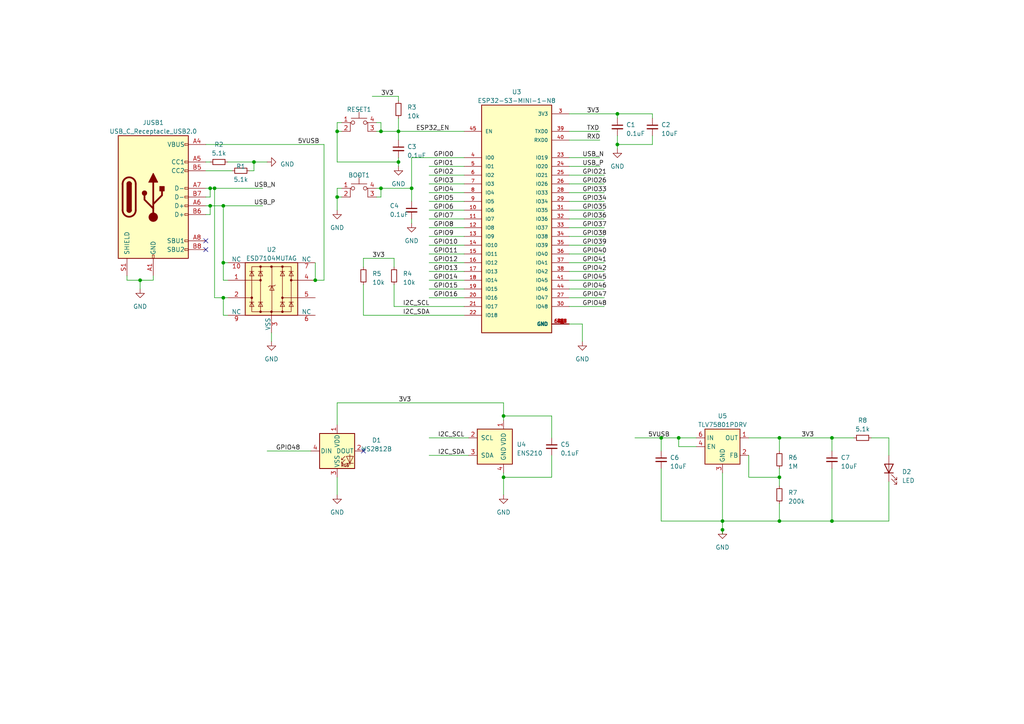
<source format=kicad_sch>
(kicad_sch (version 20250114) (generator "eeschema") (generator_version "9.0")
  (paper "A4")
  (lib_symbols
    (symbol "Connector:USB_C_Receptacle_USB2.0" (pin_names (offset 1.016))
      (property "Reference" "J" (at -10.16 19.05 0))
      (property "Value" "USB_C_Receptacle_USB2.0" (at 19.05 19.05 0))
      (symbol "USB_C_Receptacle_USB2.0_0_0"
        (rectangle (start -0.254 -17.78) (end 0.254 -16.764))
        (rectangle (start 10.16 15.494) (end 9.144 14.986))
        (rectangle (start 10.16 10.414) (end 9.144 9.906))
        (rectangle (start 10.16 7.874) (end 9.144 7.366))
        (rectangle (start 10.16 2.794) (end 9.144 2.286))
        (rectangle (start 10.16 0.254) (end 9.144 -0.254))
        (rectangle (start 10.16 -2.286) (end 9.144 -2.794))
        (rectangle (start 10.16 -4.826) (end 9.144 -5.334))
        (rectangle (start 10.16 -12.446) (end 9.144 -12.954))
        (rectangle (start 10.16 -14.986) (end 9.144 -15.494))
      )
      (symbol "USB_C_Receptacle_USB2.0_0_1"
        (rectangle (start -10.16 17.78) (end 10.16 -17.78) (stroke (width 0.254)) (fill (type background)))
        (polyline (pts (xy -8.89 -3.81) (xy -8.89 3.81)) (stroke (width 0.508)))
        (rectangle (start -7.62 -3.81) (end -6.35 3.81) (stroke (width 0.254)) (fill (type outline)))
        (arc (start -7.62 3.81) (mid -6.985 4.4423) (end -6.35 3.81) (stroke (width 0.254)))
        (arc (start -7.62 3.81) (mid -6.985 4.4423) (end -6.35 3.81) (stroke (width 0.254)) (fill (type outline)))
        (arc (start -8.89 3.81) (mid -6.985 5.7067) (end -5.08 3.81) (stroke (width 0.508)))
        (arc (start -5.08 -3.81) (mid -6.985 -5.7067) (end -8.89 -3.81) (stroke (width 0.508)))
        (arc (start -6.35 -3.81) (mid -6.985 -4.4423) (end -7.62 -3.81) (stroke (width 0.254)))
        (arc (start -6.35 -3.81) (mid -6.985 -4.4423) (end -7.62 -3.81) (stroke (width 0.254)) (fill (type outline)))
        (polyline (pts (xy -5.08 3.81) (xy -5.08 -3.81)) (stroke (width 0.508)))
        (circle (center -2.54 1.143) (radius 0.635) (stroke (width 0.254)) (fill (type outline)))
        (polyline (pts (xy -1.27 4.318) (xy 0 6.858) (xy 1.27 4.318) (xy -1.27 4.318)) (stroke (width 0.254)) (fill (type outline)))
        (polyline (pts (xy 0 -2.032) (xy 2.54 0.508) (xy 2.54 1.778)) (stroke (width 0.508)))
        (polyline (pts (xy 0 -3.302) (xy -2.54 -0.762) (xy -2.54 0.508)) (stroke (width 0.508)))
        (polyline (pts (xy 0 -5.842) (xy 0 4.318)) (stroke (width 0.508)))
        (circle (center 0 -5.842) (radius 1.27) (fill (type outline)))
        (rectangle (start 1.905 1.778) (end 3.175 3.048) (stroke (width 0.254)) (fill (type outline)))
      )
      (symbol "USB_C_Receptacle_USB2.0_1_1"
        (pin passive line (at -7.62 -22.86 90) (length 5.08) (name "SHIELD") (number "S1"))
        (pin passive line (at 0 -22.86 90) (length 5.08) (name "GND") (number "A1"))
        (pin passive line (at 0 -22.86 90) (length 5.08) (hide yes) (name "GND") (number "A12"))
        (pin passive line (at 0 -22.86 90) (length 5.08) (hide yes) (name "GND") (number "B1"))
        (pin passive line (at 0 -22.86 90) (length 5.08) (hide yes) (name "GND") (number "B12"))
        (pin passive line (at 15.24 15.24 180) (length 5.08) (name "VBUS") (number "A4"))
        (pin passive line (at 15.24 15.24 180) (length 5.08) (hide yes) (name "VBUS") (number "A9"))
        (pin passive line (at 15.24 15.24 180) (length 5.08) (hide yes) (name "VBUS") (number "B4"))
        (pin passive line (at 15.24 15.24 180) (length 5.08) (hide yes) (name "VBUS") (number "B9"))
        (pin bidirectional line (at 15.24 10.16 180) (length 5.08) (name "CC1") (number "A5"))
        (pin bidirectional line (at 15.24 7.62 180) (length 5.08) (name "CC2") (number "B5"))
        (pin bidirectional line (at 15.24 2.54 180) (length 5.08) (name "D-") (number "A7"))
        (pin bidirectional line (at 15.24 0 180) (length 5.08) (name "D-") (number "B7"))
        (pin bidirectional line (at 15.24 -2.54 180) (length 5.08) (name "D+") (number "A6"))
        (pin bidirectional line (at 15.24 -5.08 180) (length 5.08) (name "D+") (number "B6"))
        (pin bidirectional line (at 15.24 -12.7 180) (length 5.08) (name "SBU1") (number "A8"))
        (pin bidirectional line (at 15.24 -15.24 180) (length 5.08) (name "SBU2") (number "B8"))
      )
    )
    (symbol "Device:C_Small" (pin_numbers (hide yes)) (pin_names (offset 0.254) (hide yes))
      (property "Reference" "C" (at 0.254 1.778 0))
      (property "Value" "C_Small" (at 0.254 -2.032 0))
      (symbol "C_Small_0_1"
        (polyline (pts (xy -1.524 0.508) (xy 1.524 0.508)) (stroke (width 0.3048)))
        (polyline (pts (xy -1.524 -0.508) (xy 1.524 -0.508)) (stroke (width 0.3302)))
      )
      (symbol "C_Small_1_1"
        (pin passive line (at 0 2.54 270) (length 2.032) (name "~") (number "1"))
        (pin passive line (at 0 -2.54 90) (length 2.032) (name "~") (number "2"))
      )
    )
    (symbol "Device:LED" (pin_numbers (hide yes)) (pin_names (offset 1.016) (hide yes))
      (property "Reference" "D" (at 0 2.54 0))
      (property "Value" "LED" (at 0 -2.54 0))
      (symbol "LED_0_1"
        (polyline (pts (xy -3.048 -0.762) (xy -4.572 -2.286) (xy -3.81 -2.286) (xy -4.572 -2.286) (xy -4.572 -1.524)))
        (polyline (pts (xy -1.778 -0.762) (xy -3.302 -2.286) (xy -2.54 -2.286) (xy -3.302 -2.286) (xy -3.302 -1.524)))
        (polyline (pts (xy -1.27 0) (xy 1.27 0)))
        (polyline (pts (xy -1.27 -1.27) (xy -1.27 1.27)) (stroke (width 0.254)))
        (polyline (pts (xy 1.27 -1.27) (xy 1.27 1.27) (xy -1.27 0) (xy 1.27 -1.27)) (stroke (width 0.254)))
      )
      (symbol "LED_1_1"
        (pin passive line (at -3.81 0 0) (length 2.54) (name "K") (number "1"))
        (pin passive line (at 3.81 0 180) (length 2.54) (name "A") (number "2"))
      )
    )
    (symbol "Device:R_Small" (pin_numbers (hide yes)) (pin_names (offset 0.254) (hide yes))
      (property "Reference" "R" (at 0.762 0.508 0))
      (property "Value" "R_Small" (at 0.762 -1.016 0))
      (symbol "R_Small_0_1"
        (rectangle (start -0.762 1.778) (end 0.762 -1.778) (stroke (width 0.2032)))
      )
      (symbol "R_Small_1_1"
        (pin passive line (at 0 2.54 270) (length 0.762) (name "~") (number "1"))
        (pin passive line (at 0 -2.54 90) (length 0.762) (name "~") (number "2"))
      )
    )
    (symbol "ESP32-S3-MINI-1-N8:ESP32-S3-MINI-1-N8" (pin_names (offset 1.016))
      (property "Reference" "U" (at -10.16 34.29 0))
      (property "Value" "ESP32-S3-MINI-1-N8" (at -10.16 -35.56 0))
      (symbol "ESP32-S3-MINI-1-N8_0_0"
        (rectangle (start -10.16 -33.02) (end 10.16 33.02) (stroke (width 0.254)) (fill (type background)))
        (pin input line (at -15.24 25.4 0) (length 5.08) (name "EN") (number "45"))
        (pin bidirectional line (at -15.24 17.78 0) (length 5.08) (name "IO0") (number "4"))
        (pin bidirectional line (at -15.24 15.24 0) (length 5.08) (name "IO1") (number "5"))
        (pin bidirectional line (at -15.24 12.7 0) (length 5.08) (name "IO2") (number "6"))
        (pin bidirectional line (at -15.24 10.16 0) (length 5.08) (name "IO3") (number "7"))
        (pin bidirectional line (at -15.24 7.62 0) (length 5.08) (name "IO4") (number "8"))
        (pin bidirectional line (at -15.24 5.08 0) (length 5.08) (name "IO5") (number "9"))
        (pin bidirectional line (at -15.24 2.54 0) (length 5.08) (name "IO6") (number "10"))
        (pin bidirectional line (at -15.24 0 0) (length 5.08) (name "IO7") (number "11"))
        (pin bidirectional line (at -15.24 -2.54 0) (length 5.08) (name "IO8") (number "12"))
        (pin bidirectional line (at -15.24 -5.08 0) (length 5.08) (name "IO9") (number "13"))
        (pin bidirectional line (at -15.24 -7.62 0) (length 5.08) (name "IO10") (number "14"))
        (pin bidirectional line (at -15.24 -10.16 0) (length 5.08) (name "IO11") (number "15"))
        (pin bidirectional line (at -15.24 -12.7 0) (length 5.08) (name "IO12") (number "16"))
        (pin bidirectional line (at -15.24 -15.24 0) (length 5.08) (name "IO13") (number "17"))
        (pin bidirectional line (at -15.24 -17.78 0) (length 5.08) (name "IO14") (number "18"))
        (pin bidirectional line (at -15.24 -20.32 0) (length 5.08) (name "IO15") (number "19"))
        (pin bidirectional line (at -15.24 -22.86 0) (length 5.08) (name "IO16") (number "20"))
        (pin bidirectional line (at -15.24 -25.4 0) (length 5.08) (name "IO17") (number "21"))
        (pin bidirectional line (at -15.24 -27.94 0) (length 5.08) (name "IO18") (number "22"))
        (pin power_in line (at 15.24 30.48 180) (length 5.08) (name "3V3") (number "3"))
        (pin bidirectional line (at 15.24 25.4 180) (length 5.08) (name "TXD0") (number "39"))
        (pin bidirectional line (at 15.24 22.86 180) (length 5.08) (name "RXD0") (number "40"))
        (pin bidirectional line (at 15.24 17.78 180) (length 5.08) (name "IO19") (number "23"))
        (pin bidirectional line (at 15.24 15.24 180) (length 5.08) (name "IO20") (number "24"))
        (pin bidirectional line (at 15.24 12.7 180) (length 5.08) (name "IO21") (number "25"))
        (pin bidirectional line (at 15.24 10.16 180) (length 5.08) (name "IO26") (number "26"))
        (pin bidirectional line (at 15.24 7.62 180) (length 5.08) (name "IO33") (number "28"))
        (pin bidirectional line (at 15.24 5.08 180) (length 5.08) (name "IO34") (number "29"))
        (pin bidirectional line (at 15.24 2.54 180) (length 5.08) (name "IO35") (number "31"))
        (pin bidirectional line (at 15.24 0 180) (length 5.08) (name "IO36") (number "32"))
        (pin bidirectional line (at 15.24 -2.54 180) (length 5.08) (name "IO37") (number "33"))
        (pin bidirectional line (at 15.24 -5.08 180) (length 5.08) (name "IO38") (number "34"))
        (pin bidirectional line (at 15.24 -7.62 180) (length 5.08) (name "IO39") (number "35"))
        (pin bidirectional line (at 15.24 -10.16 180) (length 5.08) (name "IO40") (number "36"))
        (pin bidirectional line (at 15.24 -12.7 180) (length 5.08) (name "IO41") (number "37"))
        (pin bidirectional line (at 15.24 -15.24 180) (length 5.08) (name "IO42") (number "38"))
        (pin bidirectional line (at 15.24 -17.78 180) (length 5.08) (name "IO45") (number "41"))
        (pin bidirectional line (at 15.24 -20.32 180) (length 5.08) (name "IO46") (number "44"))
        (pin bidirectional line (at 15.24 -22.86 180) (length 5.08) (name "IO47") (number "27"))
        (pin bidirectional line (at 15.24 -25.4 180) (length 5.08) (name "IO48") (number "30"))
        (pin power_in line (at 15.24 -30.48 180) (length 5.08) (name "GND") (number "1"))
        (pin power_in line (at 15.24 -30.48 180) (length 5.08) (name "GND") (number "2"))
        (pin power_in line (at 15.24 -30.48 180) (length 5.08) (name "GND") (number "42"))
        (pin power_in line (at 15.24 -30.48 180) (length 5.08) (name "GND") (number "43"))
        (pin power_in line (at 15.24 -30.48 180) (length 5.08) (name "GND") (number "46"))
        (pin power_in line (at 15.24 -30.48 180) (length 5.08) (name "GND") (number "47"))
        (pin power_in line (at 15.24 -30.48 180) (length 5.08) (name "GND") (number "48"))
        (pin power_in line (at 15.24 -30.48 180) (length 5.08) (name "GND") (number "49"))
        (pin power_in line (at 15.24 -30.48 180) (length 5.08) (name "GND") (number "50"))
        (pin power_in line (at 15.24 -30.48 180) (length 5.08) (name "GND") (number "51"))
        (pin power_in line (at 15.24 -30.48 180) (length 5.08) (name "GND") (number "52"))
        (pin power_in line (at 15.24 -30.48 180) (length 5.08) (name "GND") (number "53"))
        (pin power_in line (at 15.24 -30.48 180) (length 5.08) (name "GND") (number "54"))
        (pin power_in line (at 15.24 -30.48 180) (length 5.08) (name "GND") (number "55"))
        (pin power_in line (at 15.24 -30.48 180) (length 5.08) (name "GND") (number "56"))
        (pin power_in line (at 15.24 -30.48 180) (length 5.08) (name "GND") (number "57"))
        (pin power_in line (at 15.24 -30.48 180) (length 5.08) (name "GND") (number "58"))
        (pin power_in line (at 15.24 -30.48 180) (length 5.08) (name "GND") (number "59"))
        (pin power_in line (at 15.24 -30.48 180) (length 5.08) (name "GND") (number "60"))
        (pin power_in line (at 15.24 -30.48 180) (length 5.08) (name "GND") (number "61"))
        (pin power_in line (at 15.24 -30.48 180) (length 5.08) (name "GND") (number "61_1"))
        (pin power_in line (at 15.24 -30.48 180) (length 5.08) (name "GND") (number "61_2"))
        (pin power_in line (at 15.24 -30.48 180) (length 5.08) (name "GND") (number "61_3"))
        (pin power_in line (at 15.24 -30.48 180) (length 5.08) (name "GND") (number "61_4"))
        (pin power_in line (at 15.24 -30.48 180) (length 5.08) (name "GND") (number "61_5"))
        (pin power_in line (at 15.24 -30.48 180) (length 5.08) (name "GND") (number "61_6"))
        (pin power_in line (at 15.24 -30.48 180) (length 5.08) (name "GND") (number "61_7"))
        (pin power_in line (at 15.24 -30.48 180) (length 5.08) (name "GND") (number "61_8"))
        (pin power_in line (at 15.24 -30.48 180) (length 5.08) (name "GND") (number "62"))
        (pin power_in line (at 15.24 -30.48 180) (length 5.08) (name "GND") (number "63"))
        (pin power_in line (at 15.24 -30.48 180) (length 5.08) (name "GND") (number "64"))
        (pin power_in line (at 15.24 -30.48 180) (length 5.08) (name "GND") (number "65"))
      )
    )
    (symbol "LED:WS2812B" (pin_names (offset 0.254))
      (property "Reference" "D" (at 5.08 5.715 0))
      (property "Value" "WS2812B" (at 1.27 -5.715 0))
      (symbol "WS2812B_0_0"
        (text "RGB" (at 2.286 -4.191 0) (effects (font (size 0.762 0.762))))
      )
      (symbol "WS2812B_0_1"
        (polyline (pts (xy 1.27 -2.54) (xy 1.778 -2.54)))
        (polyline (pts (xy 1.27 -3.556) (xy 1.778 -3.556)))
        (polyline (pts (xy 2.286 -1.524) (xy 1.27 -2.54) (xy 1.27 -2.032)))
        (polyline (pts (xy 2.286 -2.54) (xy 1.27 -3.556) (xy 1.27 -3.048)))
        (polyline (pts (xy 3.683 -1.016) (xy 3.683 -3.556) (xy 3.683 -4.064)))
        (polyline (pts (xy 4.699 -1.524) (xy 2.667 -1.524) (xy 3.683 -3.556) (xy 4.699 -1.524)))
        (polyline (pts (xy 4.699 -3.556) (xy 2.667 -3.556)))
        (rectangle (start 5.08 5.08) (end -5.08 -5.08) (stroke (width 0.254)) (fill (type background)))
      )
      (symbol "WS2812B_1_1"
        (pin input line (at -7.62 0 0) (length 2.54) (name "DIN") (number "4"))
        (pin power_in line (at 0 7.62 270) (length 2.54) (name "VDD") (number "1"))
        (pin power_in line (at 0 -7.62 90) (length 2.54) (name "VSS") (number "3"))
        (pin output line (at 7.62 0 180) (length 2.54) (name "DOUT") (number "2"))
      )
    )
    (symbol "Power_Protection:D3V3XA4B10LP" (pin_names (offset 0))
      (property "Reference" "U" (at -0.635 8.89 0))
      (property "Value" "D3V3XA4B10LP" (at 8.89 -10.16 0))
      (symbol "D3V3XA4B10LP_0_0"
        (rectangle (start -5.715 6.477) (end 5.715 -6.604))
        (polyline (pts (xy -3.175 -6.604) (xy -3.175 6.477)))
        (polyline (pts (xy 0.127 6.477) (xy 0.127 -6.604)))
        (polyline (pts (xy 3.175 6.477) (xy 3.175 -6.604)))
      )
      (symbol "D3V3XA4B10LP_0_1"
        (polyline (pts (xy -7.747 2.54) (xy -3.175 2.54)))
        (rectangle (start -7.62 7.62) (end 7.62 -7.62) (stroke (width 0.254)) (fill (type background)))
        (polyline (pts (xy -7.62 -2.54) (xy -5.715 -2.54)))
        (circle (center -5.715 -2.54) (radius 0.2794) (fill (type outline)))
        (polyline (pts (xy -5.08 5.08) (xy -6.35 5.08)))
        (polyline (pts (xy -5.08 3.81) (xy -6.35 3.81) (xy -5.715 5.08) (xy -5.08 3.81)))
        (polyline (pts (xy -5.08 -3.81) (xy -6.35 -3.81)))
        (polyline (pts (xy -5.08 -5.08) (xy -6.35 -5.08) (xy -5.715 -3.81) (xy -5.08 -5.08)))
        (circle (center -3.175 6.477) (radius 0.2794) (fill (type outline)))
        (circle (center -3.175 2.54) (radius 0.2794) (fill (type outline)))
        (circle (center -3.175 -6.604) (radius 0.2794) (fill (type outline)))
        (polyline (pts (xy -2.54 5.08) (xy -3.81 5.08)))
        (polyline (pts (xy -2.54 3.81) (xy -3.81 3.81) (xy -3.175 5.08) (xy -2.54 3.81)))
        (polyline (pts (xy -2.54 -3.81) (xy -3.81 -3.81)))
        (polyline (pts (xy -2.54 -5.08) (xy -3.81 -5.08) (xy -3.175 -3.81) (xy -2.54 -5.08)))
        (polyline (pts (xy -0.508 0.889) (xy -0.889 0.635)))
        (circle (center 0 6.477) (radius 0.2794) (fill (type outline)))
        (polyline (pts (xy 0 -6.604) (xy 0 -7.62)))
        (circle (center 0 -6.604) (radius 0.2794) (fill (type outline)))
        (polyline (pts (xy 0.762 0.889) (xy -0.508 0.889)))
        (polyline (pts (xy 0.762 0.889) (xy 1.143 1.143)))
        (polyline (pts (xy 0.762 -0.381) (xy -0.508 -0.381) (xy 0.127 0.889) (xy 0.762 -0.381)))
        (circle (center 3.175 6.477) (radius 0.2794) (fill (type outline)))
        (circle (center 3.175 -2.54) (radius 0.2794) (fill (type outline)))
        (circle (center 3.175 -6.604) (radius 0.2794) (fill (type outline)))
        (polyline (pts (xy 3.81 5.08) (xy 2.54 5.08)))
        (polyline (pts (xy 3.81 3.81) (xy 2.54 3.81) (xy 3.175 5.08) (xy 3.81 3.81)))
        (polyline (pts (xy 3.81 -3.81) (xy 2.54 -3.81)))
        (polyline (pts (xy 3.81 -5.08) (xy 2.54 -5.08) (xy 3.175 -3.81) (xy 3.81 -5.08)))
        (circle (center 5.715 2.54) (radius 0.2794) (fill (type outline)))
        (polyline (pts (xy 6.35 5.08) (xy 5.08 5.08)))
        (polyline (pts (xy 6.35 3.81) (xy 5.08 3.81) (xy 5.715 5.08) (xy 6.35 3.81)))
        (polyline (pts (xy 6.35 -3.81) (xy 5.08 -3.81)))
        (polyline (pts (xy 6.35 -5.08) (xy 5.08 -5.08) (xy 5.715 -3.81) (xy 6.35 -5.08)))
        (polyline (pts (xy 7.62 2.54) (xy 5.715 2.54)))
        (polyline (pts (xy 7.62 -2.54) (xy 3.175 -2.54)))
      )
      (symbol "D3V3XA4B10LP_1_1"
        (pin free line (at -12.7 7.62 0) (length 5.08) (name "NC") (number "10"))
        (pin passive line (at -12.7 2.54 0) (length 5.08) (name "~") (number "1"))
        (pin passive line (at -12.7 -2.54 0) (length 5.08) (name "~") (number "2"))
        (pin free line (at -12.7 -7.62 0) (length 5.08) (name "NC") (number "9"))
        (pin power_in line (at 0 -12.7 90) (length 5.08) (name "VSS") (number "3"))
        (pin passive line (at 0 -12.7 90) (length 5.08) (hide yes) (name "VSS") (number "8"))
        (pin free line (at 12.7 7.62 180) (length 5.08) (name "NC") (number "7"))
        (pin passive line (at 12.7 2.54 180) (length 5.08) (name "~") (number "4"))
        (pin passive line (at 12.7 -2.54 180) (length 5.08) (name "~") (number "5"))
        (pin free line (at 12.7 -7.62 180) (length 5.08) (name "NC") (number "6"))
      )
    )
    (symbol "Regulator_Linear:TLV75801PDRV"
      (property "Reference" "U" (at -3.81 6.35 0))
      (property "Value" "TLV75801PDRV" (at 0 6.35 0))
      (symbol "TLV75801PDRV_0_1"
        (rectangle (start 5.08 -5.08) (end -5.08 5.08) (stroke (width 0.254)) (fill (type background)))
      )
      (symbol "TLV75801PDRV_1_1"
        (pin power_in line (at -7.62 2.54 0) (length 2.54) (name "IN") (number "6"))
        (pin input line (at -7.62 0 0) (length 2.54) (name "EN") (number "4"))
        (pin power_in line (at 0 -7.62 90) (length 2.54) (name "GND") (number "3"))
        (pin passive line (at 0 -7.62 90) (length 2.54) (hide yes) (name "GND") (number "7"))
        (pin no_connect line (at 5.08 0 180) (length 2.54) (hide yes) (name "DNC") (number "5"))
        (pin power_out line (at 7.62 2.54 180) (length 2.54) (name "OUT") (number "1"))
        (pin input line (at 7.62 -2.54 180) (length 2.54) (name "FB") (number "2"))
      )
    )
    (symbol "Sensor_Humidity:ENS210" (pin_names (offset 1.016))
      (property "Reference" "U" (at -7.62 10.16 0))
      (property "Value" "ENS210" (at -7.62 7.62 0))
      (symbol "ENS210_0_1"
        (rectangle (start -5.08 5.08) (end 5.08 -5.08) (stroke (width 0.254)) (fill (type background)))
      )
      (symbol "ENS210_1_1"
        (pin input line (at -7.62 2.54 0) (length 2.54) (name "SCL") (number "2"))
        (pin bidirectional line (at -7.62 -2.54 0) (length 2.54) (name "SDA") (number "3"))
        (pin power_in line (at 2.54 7.62 270) (length 2.54) (name "VDD") (number "1"))
        (pin power_in line (at 2.54 -7.62 90) (length 2.54) (name "GND") (number "4"))
        (pin passive line (at 2.54 -7.62 90) (length 2.54) (hide yes) (name "GND") (number "5"))
      )
    )
    (symbol "Switch:SW_MEC_5E" (pin_names (offset 1.016) (hide yes))
      (property "Reference" "SW" (at 0.635 5.715 0))
      (property "Value" "SW_MEC_5E" (at 0 -3.175 0))
      (symbol "SW_MEC_5E_0_1"
        (polyline (pts (xy -2.54 0) (xy -2.54 2.54) (xy -2.286 2.54)))
        (polyline (pts (xy -2.286 3.81) (xy 2.286 3.81)))
        (circle (center -1.778 2.54) (radius 0.508))
        (polyline (pts (xy 0 3.81) (xy 0 5.588)))
        (circle (center 1.778 2.54) (radius 0.508))
        (polyline (pts (xy 2.54 0) (xy 2.54 2.54) (xy 2.286 2.54)))
        (pin passive line (at -5.08 2.54 0) (length 2.54) (name "1") (number "1"))
        (pin passive line (at -5.08 0 0) (length 2.54) (name "2") (number "2"))
        (pin passive line (at 5.08 2.54 180) (length 2.54) (name "A") (number "4"))
        (pin passive line (at 5.08 0 180) (length 2.54) (name "K") (number "3"))
      )
    )
    (symbol "power:GND" (power) (pin_names (offset 0))
      (property "Value" "GND" (at 0 -3.81 0))
      (symbol "GND_0_1"
        (polyline (pts (xy 0 0) (xy 0 -1.27) (xy 1.27 -1.27) (xy 0 -2.54) (xy -1.27 -1.27) (xy 0 -1.27)))
      )
      (symbol "GND_1_1"
        (pin power_in line (at 0 0 270) (length 0) (hide yes) (name "GND") (number "1"))
      )
    )
  )
  (junction (at 110.49 38.1))
  (junction (at 196.85 127))
  (junction (at 64.77 86.36))
  (junction (at 226.06 151.13))
  (junction (at 115.57 38.1))
  (junction (at 209.55 153.67))
  (junction (at 60.96 59.69))
  (junction (at 209.55 151.13))
  (junction (at 97.79 57.15))
  (junction (at 191.77 127))
  (junction (at 241.3 151.13))
  (junction (at 119.38 54.61))
  (junction (at 146.05 120.65))
  (junction (at 91.44 81.28))
  (junction (at 97.79 38.1))
  (junction (at 64.77 59.69))
  (junction (at 241.3 127))
  (junction (at 64.77 76.2))
  (junction (at 40.64 81.28))
  (junction (at 110.49 54.61))
  (junction (at 146.05 138.43))
  (junction (at 115.57 46.99))
  (junction (at 73.66 46.99))
  (junction (at 60.96 54.61))
  (junction (at 179.07 41.91))
  (junction (at 62.23 54.61))
  (junction (at 226.06 127))
  (junction (at 226.06 138.43))
  (junction (at 179.07 33.02))
  (no_connect (at 105.41 130.81))
  (no_connect (at 59.69 69.85))
  (no_connect (at 59.69 72.39))
  (wire (pts (xy 160.02 120.65) (xy 146.05 120.65)))
  (wire (pts (xy 64.77 91.44) (xy 64.77 86.36)))
  (wire (pts (xy 114.3 74.93) (xy 114.3 77.47)))
  (wire (pts (xy 241.3 135.89) (xy 241.3 151.13)))
  (wire (pts (xy 107.95 27.94) (xy 115.57 27.94)))
  (wire (pts (xy 110.49 38.1) (xy 115.57 38.1)))
  (wire (pts (xy 191.77 135.89) (xy 191.77 151.13)))
  (wire (pts (xy 36.83 80.01) (xy 36.83 81.28)))
  (wire (pts (xy 64.77 76.2) (xy 64.77 81.28)))
  (wire (pts (xy 109.22 57.15) (xy 110.49 57.15)))
  (wire (pts (xy 119.38 63.5) (xy 119.38 64.77)))
  (wire (pts (xy 109.22 54.61) (xy 110.49 54.61)))
  (wire (pts (xy 201.93 129.54) (xy 196.85 129.54)))
  (wire (pts (xy 115.57 45.72) (xy 115.57 46.99)))
  (wire (pts (xy 165.1 53.34) (xy 175.26 53.34)))
  (wire (pts (xy 165.1 68.58) (xy 175.26 68.58)))
  (wire (pts (xy 209.55 137.16) (xy 209.55 151.13)))
  (wire (pts (xy 165.1 71.12) (xy 175.26 71.12)))
  (wire (pts (xy 124.46 127) (xy 135.89 127)))
  (wire (pts (xy 124.46 66.04) (xy 134.62 66.04)))
  (wire (pts (xy 165.1 33.02) (xy 179.07 33.02)))
  (wire (pts (xy 165.1 73.66) (xy 175.26 73.66)))
  (wire (pts (xy 165.1 78.74) (xy 175.26 78.74)))
  (wire (pts (xy 91.44 81.28) (xy 93.98 81.28)))
  (wire (pts (xy 119.38 54.61) (xy 110.49 54.61)))
  (wire (pts (xy 165.1 58.42) (xy 175.26 58.42)))
  (wire (pts (xy 110.49 35.56) (xy 110.49 38.1)))
  (wire (pts (xy 93.98 81.28) (xy 93.98 41.91)))
  (wire (pts (xy 165.1 45.72) (xy 173.99 45.72)))
  (wire (pts (xy 165.1 40.64) (xy 173.99 40.64)))
  (wire (pts (xy 165.1 76.2) (xy 175.26 76.2)))
  (wire (pts (xy 115.57 38.1) (xy 134.62 38.1)))
  (wire (pts (xy 179.07 34.29) (xy 179.07 33.02)))
  (wire (pts (xy 109.22 35.56) (xy 110.49 35.56)))
  (wire (pts (xy 60.96 59.69) (xy 64.77 59.69)))
  (wire (pts (xy 105.41 74.93) (xy 114.3 74.93)))
  (wire (pts (xy 196.85 127) (xy 201.93 127)))
  (wire (pts (xy 97.79 57.15) (xy 97.79 60.96)))
  (wire (pts (xy 124.46 55.88) (xy 134.62 55.88)))
  (wire (pts (xy 165.1 86.36) (xy 175.26 86.36)))
  (wire (pts (xy 189.23 34.29) (xy 189.23 33.02)))
  (wire (pts (xy 189.23 41.91) (xy 179.07 41.91)))
  (wire (pts (xy 165.1 88.9) (xy 175.26 88.9)))
  (wire (pts (xy 124.46 50.8) (xy 134.62 50.8)))
  (wire (pts (xy 165.1 55.88) (xy 175.26 55.88)))
  (wire (pts (xy 184.15 127) (xy 191.77 127)))
  (wire (pts (xy 160.02 127) (xy 160.02 120.65)))
  (wire (pts (xy 124.46 63.5) (xy 134.62 63.5)))
  (wire (pts (xy 59.69 46.99) (xy 60.96 46.99)))
  (wire (pts (xy 60.96 62.23) (xy 60.96 59.69)))
  (wire (pts (xy 72.39 49.53) (xy 73.66 49.53)))
  (wire (pts (xy 160.02 138.43) (xy 146.05 138.43)))
  (wire (pts (xy 226.06 127) (xy 226.06 130.81)))
  (wire (pts (xy 257.81 139.7) (xy 257.81 151.13)))
  (wire (pts (xy 99.06 54.61) (xy 97.79 54.61)))
  (wire (pts (xy 114.3 82.55) (xy 114.3 88.9)))
  (wire (pts (xy 109.22 38.1) (xy 110.49 38.1)))
  (wire (pts (xy 105.41 91.44) (xy 134.62 91.44)))
  (wire (pts (xy 97.79 138.43) (xy 97.79 143.51)))
  (wire (pts (xy 64.77 59.69) (xy 76.2 59.69)))
  (wire (pts (xy 97.79 54.61) (xy 97.79 57.15)))
  (wire (pts (xy 124.46 81.28) (xy 134.62 81.28)))
  (wire (pts (xy 165.1 93.98) (xy 168.91 93.98)))
  (wire (pts (xy 77.47 130.81) (xy 90.17 130.81)))
  (wire (pts (xy 226.06 146.05) (xy 226.06 151.13)))
  (wire (pts (xy 40.64 83.82) (xy 40.64 81.28)))
  (wire (pts (xy 209.55 153.67) (xy 209.55 154.94)))
  (wire (pts (xy 119.38 45.72) (xy 134.62 45.72)))
  (wire (pts (xy 226.06 151.13) (xy 241.3 151.13)))
  (wire (pts (xy 73.66 46.99) (xy 77.47 46.99)))
  (wire (pts (xy 99.06 57.15) (xy 97.79 57.15)))
  (wire (pts (xy 226.06 138.43) (xy 226.06 140.97)))
  (wire (pts (xy 124.46 53.34) (xy 134.62 53.34)))
  (wire (pts (xy 59.69 41.91) (xy 93.98 41.91)))
  (wire (pts (xy 105.41 77.47) (xy 105.41 74.93)))
  (wire (pts (xy 165.1 38.1) (xy 173.99 38.1)))
  (wire (pts (xy 241.3 127) (xy 226.06 127)))
  (wire (pts (xy 165.1 66.04) (xy 175.26 66.04)))
  (wire (pts (xy 97.79 38.1) (xy 99.06 38.1)))
  (wire (pts (xy 168.91 93.98) (xy 168.91 99.06)))
  (wire (pts (xy 44.45 80.01) (xy 44.45 81.28)))
  (wire (pts (xy 59.69 54.61) (xy 60.96 54.61)))
  (wire (pts (xy 91.44 76.2) (xy 91.44 81.28)))
  (wire (pts (xy 115.57 29.21) (xy 115.57 27.94)))
  (wire (pts (xy 191.77 127) (xy 191.77 130.81)))
  (wire (pts (xy 124.46 76.2) (xy 134.62 76.2)))
  (wire (pts (xy 97.79 35.56) (xy 97.79 38.1)))
  (wire (pts (xy 66.04 86.36) (xy 64.77 86.36)))
  (wire (pts (xy 179.07 33.02) (xy 189.23 33.02)))
  (wire (pts (xy 66.04 46.99) (xy 73.66 46.99)))
  (wire (pts (xy 78.74 96.52) (xy 78.74 99.06)))
  (wire (pts (xy 36.83 81.28) (xy 40.64 81.28)))
  (wire (pts (xy 115.57 46.99) (xy 97.79 46.99)))
  (wire (pts (xy 257.81 127) (xy 257.81 132.08)))
  (wire (pts (xy 196.85 129.54) (xy 196.85 127)))
  (wire (pts (xy 110.49 57.15) (xy 110.49 54.61)))
  (wire (pts (xy 124.46 78.74) (xy 134.62 78.74)))
  (wire (pts (xy 226.06 135.89) (xy 226.06 138.43)))
  (wire (pts (xy 97.79 123.19) (xy 97.79 116.84)))
  (wire (pts (xy 165.1 50.8) (xy 175.26 50.8)))
  (wire (pts (xy 124.46 58.42) (xy 134.62 58.42)))
  (wire (pts (xy 62.23 86.36) (xy 62.23 54.61)))
  (wire (pts (xy 73.66 49.53) (xy 73.66 46.99)))
  (wire (pts (xy 252.73 127) (xy 257.81 127)))
  (wire (pts (xy 124.46 73.66) (xy 134.62 73.66)))
  (wire (pts (xy 160.02 132.08) (xy 160.02 138.43)))
  (wire (pts (xy 124.46 132.08) (xy 135.89 132.08)))
  (wire (pts (xy 115.57 34.29) (xy 115.57 38.1)))
  (wire (pts (xy 124.46 60.96) (xy 134.62 60.96)))
  (wire (pts (xy 62.23 54.61) (xy 76.2 54.61)))
  (wire (pts (xy 217.17 132.08) (xy 217.17 138.43)))
  (wire (pts (xy 119.38 58.42) (xy 119.38 54.61)))
  (wire (pts (xy 97.79 116.84) (xy 146.05 116.84)))
  (wire (pts (xy 124.46 68.58) (xy 134.62 68.58)))
  (wire (pts (xy 115.57 38.1) (xy 115.57 40.64)))
  (wire (pts (xy 44.45 81.28) (xy 40.64 81.28)))
  (wire (pts (xy 105.41 82.55) (xy 105.41 91.44)))
  (wire (pts (xy 165.1 63.5) (xy 175.26 63.5)))
  (wire (pts (xy 165.1 48.26) (xy 173.99 48.26)))
  (wire (pts (xy 241.3 130.81) (xy 241.3 127)))
  (wire (pts (xy 241.3 127) (xy 247.65 127)))
  (wire (pts (xy 209.55 151.13) (xy 226.06 151.13)))
  (wire (pts (xy 165.1 83.82) (xy 175.26 83.82)))
  (wire (pts (xy 226.06 127) (xy 217.17 127)))
  (wire (pts (xy 124.46 83.82) (xy 134.62 83.82)))
  (wire (pts (xy 146.05 137.16) (xy 146.05 138.43)))
  (wire (pts (xy 191.77 151.13) (xy 209.55 151.13)))
  (wire (pts (xy 66.04 91.44) (xy 64.77 91.44)))
  (wire (pts (xy 146.05 116.84) (xy 146.05 120.65)))
  (wire (pts (xy 59.69 59.69) (xy 60.96 59.69)))
  (wire (pts (xy 124.46 71.12) (xy 134.62 71.12)))
  (wire (pts (xy 60.96 54.61) (xy 62.23 54.61)))
  (wire (pts (xy 66.04 81.28) (xy 64.77 81.28)))
  (wire (pts (xy 97.79 46.99) (xy 97.79 38.1)))
  (wire (pts (xy 191.77 127) (xy 196.85 127)))
  (wire (pts (xy 179.07 41.91) (xy 179.07 43.18)))
  (wire (pts (xy 64.77 86.36) (xy 62.23 86.36)))
  (wire (pts (xy 257.81 151.13) (xy 241.3 151.13)))
  (wire (pts (xy 60.96 57.15) (xy 60.96 54.61)))
  (wire (pts (xy 64.77 76.2) (xy 66.04 76.2)))
  (wire (pts (xy 146.05 120.65) (xy 146.05 121.92)))
  (wire (pts (xy 189.23 39.37) (xy 189.23 41.91)))
  (wire (pts (xy 114.3 88.9) (xy 134.62 88.9)))
  (wire (pts (xy 124.46 48.26) (xy 134.62 48.26)))
  (wire (pts (xy 165.1 60.96) (xy 175.26 60.96)))
  (wire (pts (xy 119.38 45.72) (xy 119.38 54.61)))
  (wire (pts (xy 99.06 35.56) (xy 97.79 35.56)))
  (wire (pts (xy 59.69 49.53) (xy 67.31 49.53)))
  (wire (pts (xy 179.07 39.37) (xy 179.07 41.91)))
  (wire (pts (xy 59.69 62.23) (xy 60.96 62.23)))
  (wire (pts (xy 115.57 46.99) (xy 115.57 48.26)))
  (wire (pts (xy 124.46 86.36) (xy 134.62 86.36)))
  (wire (pts (xy 165.1 81.28) (xy 175.26 81.28)))
  (wire (pts (xy 59.69 57.15) (xy 60.96 57.15)))
  (wire (pts (xy 146.05 138.43) (xy 146.05 143.51)))
  (wire (pts (xy 64.77 59.69) (xy 64.77 76.2)))
  (wire (pts (xy 217.17 138.43) (xy 226.06 138.43)))
  (wire (pts (xy 209.55 151.13) (xy 209.55 153.67)))
  (label "GPIO14" (at 125.73 81.28 0))
  (label "GPIO8" (at 125.73 66.04 0))
  (label "GPIO39" (at 168.91 71.12 0))
  (label "3V3" (at 170.18 33.02 0))
  (label "GPIO0" (at 125.73 45.72 0))
  (label "USB_P" (at 73.66 59.69 0))
  (label "RXD" (at 170.18 40.64 0))
  (label "GPIO15" (at 125.73 83.82 0))
  (label "I2C_SCL" (at 116.84 88.9 0))
  (label "I2C_SCL" (at 127 127 0))
  (label "GPIO41" (at 168.91 76.2 0))
  (label "GPIO47" (at 168.91 86.36 0))
  (label "GPIO3" (at 125.73 53.34 0))
  (label "GPIO5" (at 125.73 58.42 0))
  (label "GPIO9" (at 125.73 68.58 0))
  (label "3V3" (at 115.57 116.84 0))
  (label "GPIO40" (at 168.91 73.66 0))
  (label "USB_N" (at 73.66 54.61 0))
  (label "GPIO42" (at 168.91 78.74 0))
  (label "GPIO6" (at 125.73 60.96 0))
  (label "GPIO33" (at 168.91 55.88 0))
  (label "GPIO48" (at 80.01 130.81 0))
  (label "5VUSB" (at 187.96 127 0))
  (label "GPIO11" (at 125.73 73.66 0))
  (label "GPIO13" (at 125.73 78.74 0))
  (label "GPIO2" (at 125.73 50.8 0))
  (label "3V3" (at 107.95 74.93 0))
  (label "GPIO12" (at 125.73 76.2 0))
  (label "ESP32_EN" (at 120.65 38.1 0))
  (label "GPIO4" (at 125.73 55.88 0))
  (label "GPIO7" (at 125.73 63.5 0))
  (label "GPIO37" (at 168.91 66.04 0))
  (label "GPIO46" (at 168.91 83.82 0))
  (label "GPIO36" (at 168.91 63.5 0))
  (label "USB_P" (at 168.91 48.26 0))
  (label "5VUSB" (at 86.36 41.91 0))
  (label "GPIO21" (at 168.91 50.8 0))
  (label "3V3" (at 232.41 127 0))
  (label "GPIO34" (at 168.91 58.42 0))
  (label "GPIO1" (at 125.73 48.26 0))
  (label "I2C_SDA" (at 116.84 91.44 0))
  (label "GPIO16" (at 125.73 86.36 0))
  (label "GPIO45" (at 168.91 81.28 0))
  (label "TXD" (at 170.18 38.1 0))
  (label "3V3" (at 110.49 27.94 0))
  (label "GPIO10" (at 125.73 71.12 0))
  (label "GPIO35" (at 168.91 60.96 0))
  (label "USB_N" (at 168.91 45.72 0))
  (label "GPIO26" (at 168.91 53.34 0))
  (label "GPIO48" (at 168.91 88.9 0))
  (label "GPIO38" (at 168.91 68.58 0))
  (label "I2C_SDA" (at 127 132.08 0))
  (symbol (lib_id "Device:R_Small") (at 250.19 127 90) (unit 1)
    (property "Reference" "R8" (at 250.19 121.92 90))
    (property "Value" "5.1k" (at 250.19 124.46 90))
    (property "Footprint" "Resistor_SMD:R_0603_1608Metric" (effects (hide yes)))
  )
  (symbol (lib_id "Device:R_Small") (at 114.3 80.01 180) (unit 1)
    (property "Reference" "R4" (at 116.84 79.375 0) (effects (justify right)))
    (property "Value" "10k" (at 116.84 81.915 0) (effects (justify right)))
    (property "Footprint" "Resistor_SMD:R_0603_1608Metric" (effects (hide yes)))
  )
  (symbol (lib_id "Sensor_Humidity:ENS210") (at 143.51 129.54 0) (unit 1)
    (property "Reference" "U4" (at 149.86 128.905 0) (effects (justify left)))
    (property "Value" "ENS210" (at 149.86 131.445 0) (effects (justify left)))
    (property "Footprint" "Package_DFN_QFN:AMS_QFN-4-1EP_2x2mm_P0.95mm_EP0.7x1.6mm" (effects (hide yes)))
    (property "Datasheet" "http://ams.com/eng/Products/Environmental-Sensors/Relative-Humidity-and-Temperature-Sensors/ENS210" (effects (hide yes)))
  )
  (symbol (lib_id "Device:LED") (at 257.81 135.89 90) (unit 1)
    (property "Reference" "D2" (at 261.62 136.8425 90) (effects (justify right)))
    (property "Value" "LED" (at 261.62 139.3825 90) (effects (justify right)))
    (property "Footprint" "LED_SMD:LED_0603_1608Metric" (effects (hide yes)))
  )
  (symbol (lib_id "power:GND") (at 97.79 60.96 0) (unit 1)
    (property "Reference" "#PWR011" (effects (hide yes)))
    (property "Value" "GND" (at 97.79 66.04 0))
  )
  (symbol (lib_id "Device:C_Small") (at 241.3 133.35 0) (unit 1)
    (property "Reference" "C7" (at 243.84 132.7213 0) (effects (justify left)))
    (property "Value" "10uF" (at 243.84 135.2613 0) (effects (justify left)))
    (property "Footprint" "Capacitor_SMD:C_0603_1608Metric" (effects (hide yes)))
  )
  (symbol (lib_id "power:GND") (at 168.91 99.06 0) (unit 1)
    (property "Reference" "#PWR06" (effects (hide yes)))
    (property "Value" "GND" (at 168.91 104.14 0))
  )
  (symbol (lib_id "Device:R_Small") (at 69.85 49.53 90) (unit 1)
    (property "Reference" "R1" (at 69.85 48.26 90))
    (property "Value" "5.1k" (at 69.85 52.07 90))
    (property "Footprint" "Resistor_SMD:R_0603_1608Metric" (effects (hide yes)))
  )
  (symbol (lib_id "Device:C_Small") (at 119.38 60.96 0) (unit 1)
    (property "Reference" "C4" (at 113.03 59.69 0) (effects (justify left)))
    (property "Value" "0.1uF" (at 113.03 62.23 0) (effects (justify left)))
    (property "Footprint" "Capacitor_SMD:C_0603_1608Metric" (effects (hide yes)))
  )
  (symbol (lib_id "Device:R_Small") (at 63.5 46.99 90) (unit 1)
    (property "Reference" "R2" (at 63.5 41.91 90))
    (property "Value" "5.1k" (at 63.5 44.45 90))
    (property "Footprint" "Resistor_SMD:R_0603_1608Metric" (effects (hide yes)))
  )
  (symbol (lib_id "Power_Protection:D3V3XA4B10LP") (at 78.74 83.82 0) (unit 1)
    (property "Reference" "U2" (at 78.74 72.39 0))
    (property "Value" "ESD7104MUTAG" (at 78.74 74.93 0))
    (property "Footprint" "Package_DFN_QFN:Diodes_UDFN-10_1.0x2.5mm_P0.5mm" (effects (hide yes)))
    (property "Datasheet" "https://www.onsemi.com/pdf/datasheet/esd7104-d.pdf" (effects (hide yes)))
  )
  (symbol (lib_id "LED:WS2812B") (at 97.79 130.81 0) (unit 1)
    (property "Reference" "D1" (at 109.22 127.6859 0))
    (property "Value" "WS2812B" (at 109.22 130.2259 0))
    (property "Footprint" "LED_SMD:LED_WS2812B_PLCC4_5.0x5.0mm_P3.2mm" (effects (hide yes)))
    (property "Datasheet" "https://cdn-shop.adafruit.com/datasheets/WS2812B.pdf" (effects (hide yes)))
  )
  (symbol (lib_id "Switch:SW_MEC_5E") (at 104.14 57.15 0) (unit 1)
    (property "Reference" "BOOT1" (at 104.14 50.8 0))
    (property "Value" "~" (at 104.14 50.8 0))
    (property "Footprint" "Button_Switch_SMD:SW_SPST_PTS810" (effects (hide yes)))
    (property "Datasheet" "http://www.apem.com/int/index.php?controller=attachment&id_attachment=1371" (effects (hide yes)))
  )
  (symbol (lib_id "Device:R_Small") (at 115.57 31.75 180) (unit 1)
    (property "Reference" "R3" (at 118.11 31.115 0) (effects (justify right)))
    (property "Value" "10k" (at 118.11 33.655 0) (effects (justify right)))
    (property "Footprint" "Resistor_SMD:R_0603_1608Metric" (effects (hide yes)))
  )
  (symbol (lib_id "power:GND") (at 78.74 99.06 0) (unit 1)
    (property "Reference" "#PWR03" (effects (hide yes)))
    (property "Value" "GND" (at 78.74 104.14 0))
  )
  (symbol (lib_id "Device:C_Small") (at 115.57 43.18 0) (unit 1)
    (property "Reference" "C3" (at 118.11 42.5513 0) (effects (justify left)))
    (property "Value" "0.1uF" (at 118.11 45.0913 0) (effects (justify left)))
    (property "Footprint" "Capacitor_SMD:C_0603_1608Metric" (effects (hide yes)))
  )
  (symbol (lib_id "Switch:SW_MEC_5E") (at 104.14 38.1 0) (unit 1)
    (property "Reference" "RESET1" (at 104.14 31.75 0))
    (property "Value" "~" (at 104.14 31.75 0))
    (property "Footprint" "Button_Switch_SMD:SW_SPST_PTS810" (effects (hide yes)))
    (property "Datasheet" "http://www.apem.com/int/index.php?controller=attachment&id_attachment=1371" (effects (hide yes)))
  )
  (symbol (lib_id "power:GND") (at 119.38 64.77 0) (unit 1)
    (property "Reference" "#PWR07" (effects (hide yes)))
    (property "Value" "GND" (at 119.38 69.85 0))
  )
  (symbol (lib_id "ESP32-S3-MINI-1-N8:ESP32-S3-MINI-1-N8") (at 149.86 63.5 0) (unit 1)
    (property "Reference" "U3" (at 149.86 26.67 0))
    (property "Value" "ESP32-S3-MINI-1-N8" (at 149.86 29.21 0))
    (property "Footprint" "ESP32-S3-MINI-1-N8:XCVR_ESP32-S3-MINI-1-N8" (effects (hide yes)))
    (property "Description" "\nBluetooth, WiFi 802.11b/g/n, Bluetooth v5.0 Transceiver Module 2.4GHz PCB Trace Surface Mount\n" (effects (hide yes)))
    (property "MF" "Espressif Systems" (effects (hide yes)))
    (property "MAXIMUM_PACKAGE_HEIGHT" "2.55mm" (effects (hide yes)))
    (property "Package" "None" (effects (hide yes)))
    (property "Price" "None" (effects (hide yes)))
    (property "Check_prices" "https://www.snapeda.com/parts/ESP32-S3-MINI-1-N8/Espressif+Systems/view-part/?ref=eda" (effects (hide yes)))
    (property "STANDARD" "Manufacturer Recommendations" (effects (hide yes)))
    (property "PARTREV" "v0.6" (effects (hide yes)))
    (property "SnapEDA_Link" "https://www.snapeda.com/parts/ESP32-S3-MINI-1-N8/Espressif+Systems/view-part/?ref=snap" (effects (hide yes)))
    (property "MP" "ESP32-S3-MINI-1-N8" (effects (hide yes)))
    (property "Purchase-URL" "https://www.snapeda.com/api/url_track_click_mouser/?unipart_id=8941370&manufacturer=Espressif Systems&part_name=ESP32-S3-MINI-1-N8&search_term=None" (effects (hide yes)))
    (property "Availability" "In Stock" (effects (hide yes)))
    (property "MANUFACTURER" "Espressif" (effects (hide yes)))
  )
  (symbol (lib_id "Device:C_Small") (at 160.02 129.54 0) (unit 1)
    (property "Reference" "C5" (at 162.56 128.9113 0) (effects (justify left)))
    (property "Value" "0.1uF" (at 162.56 131.4513 0) (effects (justify left)))
    (property "Footprint" "Capacitor_SMD:C_0603_1608Metric" (effects (hide yes)))
  )
  (symbol (lib_id "power:GND") (at 77.47 46.99 90) (unit 1)
    (property "Reference" "#PWR01" (effects (hide yes)))
    (property "Value" "GND" (at 81.28 47.625 90) (effects (justify right)))
  )
  (symbol (lib_id "power:GND") (at 146.05 143.51 0) (unit 1)
    (property "Reference" "#PWR010" (effects (hide yes)))
    (property "Value" "GND" (at 146.05 148.59 0))
  )
  (symbol (lib_id "Device:R_Small") (at 226.06 133.35 180) (unit 1)
    (property "Reference" "R6" (at 228.6 132.715 0) (effects (justify right)))
    (property "Value" "1M" (at 228.6 135.255 0) (effects (justify right)))
    (property "Footprint" "Resistor_SMD:R_0603_1608Metric" (effects (hide yes)))
  )
  (symbol (lib_id "Device:C_Small") (at 189.23 36.83 0) (unit 1)
    (property "Reference" "C2" (at 191.77 36.2013 0) (effects (justify left)))
    (property "Value" "10uF" (at 191.77 38.7413 0) (effects (justify left)))
    (property "Footprint" "Capacitor_SMD:C_0603_1608Metric" (effects (hide yes)))
  )
  (symbol (lib_id "power:GND") (at 40.64 83.82 0) (unit 1)
    (property "Reference" "#PWR02" (effects (hide yes)))
    (property "Value" "GND" (at 40.64 88.9 0))
  )
  (symbol (lib_id "power:GND") (at 179.07 43.18 0) (unit 1)
    (property "Reference" "#PWR04" (effects (hide yes)))
    (property "Value" "GND" (at 179.07 48.26 0))
  )
  (symbol (lib_id "Device:R_Small") (at 105.41 80.01 180) (unit 1)
    (property "Reference" "R5" (at 107.95 79.375 0) (effects (justify right)))
    (property "Value" "10k" (at 107.95 81.915 0) (effects (justify right)))
    (property "Footprint" "Resistor_SMD:R_0603_1608Metric" (effects (hide yes)))
  )
  (symbol (lib_id "Device:C_Small") (at 179.07 36.83 0) (unit 1)
    (property "Reference" "C1" (at 181.61 36.2013 0) (effects (justify left)))
    (property "Value" "0.1uF" (at 181.61 38.7413 0) (effects (justify left)))
    (property "Footprint" "Capacitor_SMD:C_0603_1608Metric" (effects (hide yes)))
  )
  (symbol (lib_id "power:GND") (at 209.55 153.67 0) (unit 1)
    (property "Reference" "#PWR09" (effects (hide yes)))
    (property "Value" "GND" (at 209.55 158.75 0))
  )
  (symbol (lib_id "power:GND") (at 97.79 143.51 0) (unit 1)
    (property "Reference" "#PWR08" (effects (hide yes)))
    (property "Value" "GND" (at 97.79 148.59 0))
  )
  (symbol (lib_id "Regulator_Linear:TLV75801PDRV") (at 209.55 129.54 0) (unit 1)
    (property "Reference" "U5" (at 209.55 120.65 0))
    (property "Value" "TLV75801PDRV" (at 209.55 123.19 0))
    (property "Footprint" "Package_SON:WSON-6-1EP_2x2mm_P0.65mm_EP1x1.6mm" (effects (hide yes)))
    (property "Datasheet" "https://www.ti.com/lit/ds/symlink/tlv758p.pdf" (effects (hide yes)))
  )
  (symbol (lib_id "Device:R_Small") (at 226.06 143.51 180) (unit 1)
    (property "Reference" "R7" (at 228.6 142.875 0) (effects (justify right)))
    (property "Value" "200k" (at 228.6 145.415 0) (effects (justify right)))
    (property "Footprint" "Resistor_SMD:R_0603_1608Metric" (effects (hide yes)))
  )
  (symbol (lib_id "Device:C_Small") (at 191.77 133.35 0) (unit 1)
    (property "Reference" "C6" (at 194.31 132.7213 0) (effects (justify left)))
    (property "Value" "10uF" (at 194.31 135.2613 0) (effects (justify left)))
    (property "Footprint" "Capacitor_SMD:C_0603_1608Metric" (effects (hide yes)))
  )
  (symbol (lib_id "Connector:USB_C_Receptacle_USB2.0") (at 44.45 57.15 0) (unit 1)
    (property "Reference" "JUSB1" (at 44.45 35.56 0))
    (property "Value" "USB_C_Receptacle_USB2.0" (at 44.45 38.1 0))
    (property "Footprint" "Connector_USB:USB_C_Receptacle_GCT_USB4105-xx-A_16P_TopMnt_Horizontal" (effects (hide yes)))
    (property "Datasheet" "https://www.usb.org/sites/default/files/documents/usb_type-c.zip" (effects (hide yes)))
  )
  (symbol (lib_id "power:GND") (at 115.57 48.26 0) (unit 1)
    (property "Reference" "#PWR05" (effects (hide yes)))
    (property "Value" "GND" (at 115.57 53.34 0))
  )
)
</source>
